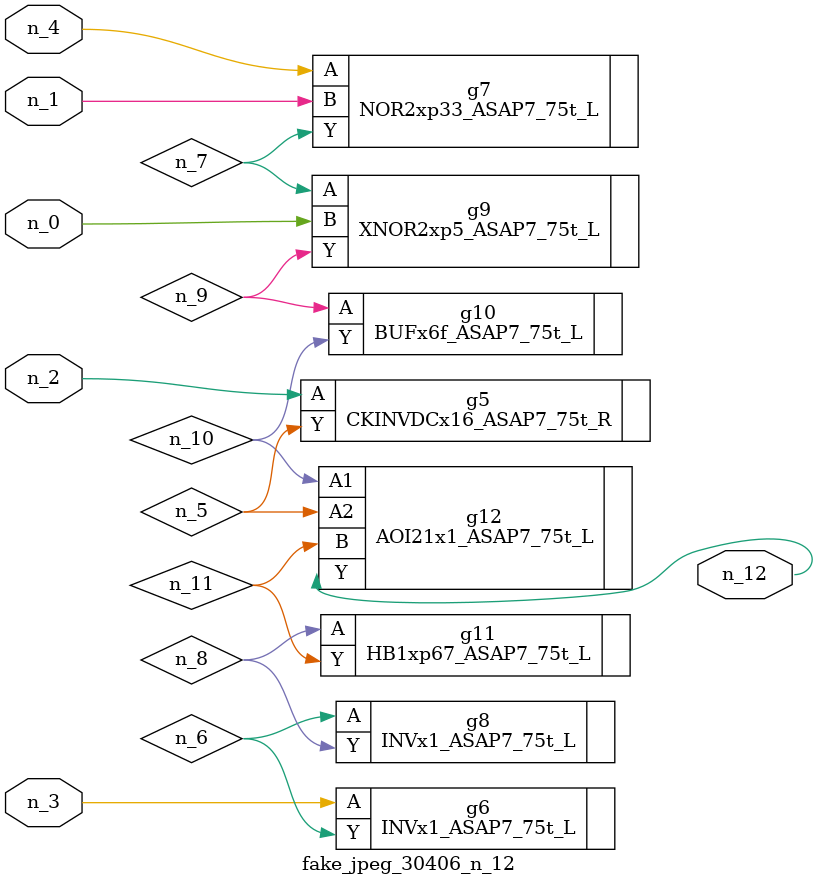
<source format=v>
module fake_jpeg_30406_n_12 (n_3, n_2, n_1, n_0, n_4, n_12);

input n_3;
input n_2;
input n_1;
input n_0;
input n_4;

output n_12;

wire n_11;
wire n_10;
wire n_8;
wire n_9;
wire n_6;
wire n_5;
wire n_7;

CKINVDCx16_ASAP7_75t_R g5 ( 
.A(n_2),
.Y(n_5)
);

INVx1_ASAP7_75t_L g6 ( 
.A(n_3),
.Y(n_6)
);

NOR2xp33_ASAP7_75t_L g7 ( 
.A(n_4),
.B(n_1),
.Y(n_7)
);

INVx1_ASAP7_75t_L g8 ( 
.A(n_6),
.Y(n_8)
);

HB1xp67_ASAP7_75t_L g11 ( 
.A(n_8),
.Y(n_11)
);

XNOR2xp5_ASAP7_75t_L g9 ( 
.A(n_7),
.B(n_0),
.Y(n_9)
);

BUFx6f_ASAP7_75t_L g10 ( 
.A(n_9),
.Y(n_10)
);

AOI21x1_ASAP7_75t_L g12 ( 
.A1(n_10),
.A2(n_5),
.B(n_11),
.Y(n_12)
);


endmodule
</source>
